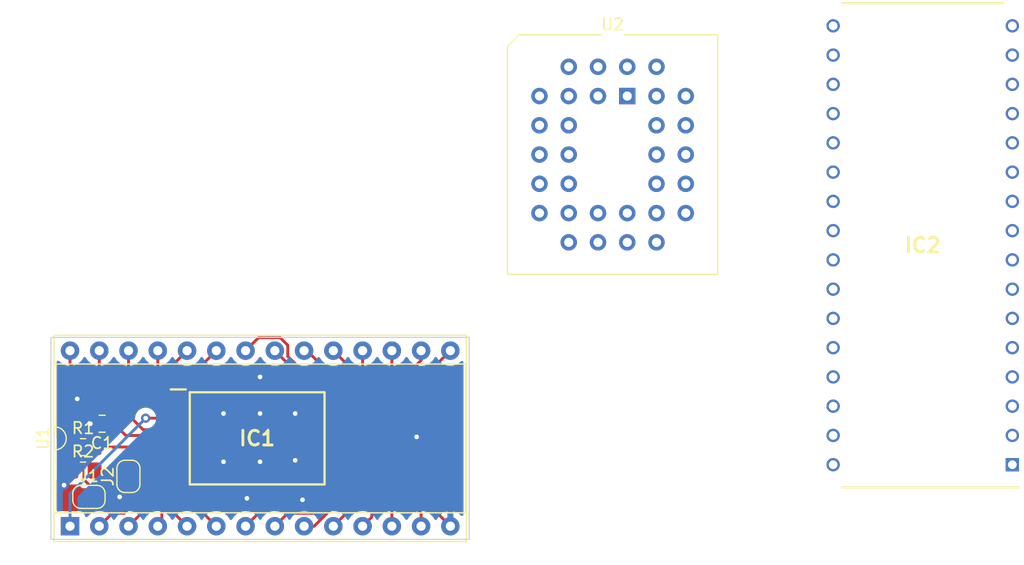
<source format=kicad_pcb>
(kicad_pcb (version 20211014) (generator pcbnew)
  (layers (0 "F.Cu" signal) (31 "B.Cu" signal) (34 "B.Paste" user) (35 "F.Paste" user) (36 "B.SilkS" user "B.Silkscreen") (37 "F.SilkS" user "F.Silkscreen") (38 "B.Mask" user) (39 "F.Mask" user) (44 "Edge.Cuts" user))
  (net 0 "")
  (net 1 "Net-(IC1-Pad1)")
  (net 2 "Net-(IC1-Pad2)")
  (net 3 "Net-(IC1-Pad3)")
  (net 4 "Net-(IC1-Pad4)")
  (net 5 "Net-(IC1-Pad5)")
  (net 7 "Net-(IC1-Pad7)")
  (net 8 "+5V")
  (net 10 "Net-(IC1-Pad12)")
  (net 11 "Net-(IC1-Pad13)")
  (net 12 "Net-(IC1-Pad14)")
  (net 13 "Net-(IC1-Pad15)")
  (net 14 "Net-(IC1-Pad16)")
  (net 15 "Net-(IC1-Pad17)")
  (net 16 "Net-(IC1-Pad18)")
  (net 17 "Net-(IC1-Pad19)")
  (net 18 "Net-(IC1-Pad20)")
  (net 19 "D0")
  (net 20 "D1")
  (net 21 "D2")
  (net 22 "GND")
  (net 23 "D3")
  (net 24 "D4")
  (net 25 "D5")
  (net 26 "D6")
  (net 27 "D7")
  (net 28 "Net-(IC1-Pad30)")
  (net 29 "Net-(IC1-Pad31)")
  (net 30 "Net-(IC1-Pad32)")
  (net 91 "Net-(IC1-Pad10)")
  (net 92 "Net-(IC1-Pad11)")
  (footprint "Package_DIP:DIP-28_W15.24mm_Socket" (layer "F.Cu") (at 88.275 81.793 90)
    (fp_text reference "U1" (at 7.62 -2.33 90) (layer "F.SilkS"))
    (fp_text value "28C256")
    (fp_line (start 1.16 34.35) (end 14.08 34.35) (layer "F.SilkS") (width 0.12))
    (fp_line (start 16.57 -1.39) (end -1.33 -1.39) (layer "F.SilkS") (width 0.12))
    (fp_line (start -1.33 34.41) (end 16.57 34.41) (layer "F.SilkS") (width 0.12))
    (fp_line (start 6.62 -1.33) (end 1.16 -1.33) (layer "F.SilkS") (width 0.12))
    (fp_line (start 14.08 34.35) (end 14.08 -1.33) (layer "F.SilkS") (width 0.12))
    (fp_line (start 1.16 -1.33) (end 1.16 34.35) (layer "F.SilkS") (width 0.12))
    (fp_line (start -1.33 -1.39) (end -1.33 34.41) (layer "F.SilkS") (width 0.12))
    (fp_line (start 14.08 -1.33) (end 8.62 -1.33) (layer "F.SilkS") (width 0.12))
    (fp_line (start 16.57 34.41) (end 16.57 -1.39) (layer "F.SilkS") (width 0.12))
    (fp_arc (start 8.62 -1.33) (mid 7.62 -0.33) (end 6.62 -1.33) (layer "F.SilkS") (width 0.12))
    (pad "1" thru_hole rect (at 0 0 90) (size 1.6 1.6) (drill 0.8) (layers *.Cu *.Mask) (net 5 "Net-(IC1-Pad5)"))
    (pad "2" thru_hole oval (at 0 2.54 90) (size 1.6 1.6) (drill 0.8) (layers *.Cu *.Mask) (net 10 "Net-(IC1-Pad12)"))
    (pad "3" thru_hole oval (at 0 5.08 90) (size 1.6 1.6) (drill 0.8) (layers *.Cu *.Mask) (net 11 "Net-(IC1-Pad13)"))
    (pad "4" thru_hole oval (at 0 7.62 90) (size 1.6 1.6) (drill 0.8) (layers *.Cu *.Mask) (net 12 "Net-(IC1-Pad14)"))
    (pad "5" thru_hole oval (at 0 10.16 90) (size 1.6 1.6) (drill 0.8) (layers *.Cu *.Mask) (net 13 "Net-(IC1-Pad15)"))
    (pad "6" thru_hole oval (at 0 12.7 90) (size 1.6 1.6) (drill 0.8) (layers *.Cu *.Mask) (net 14 "Net-(IC1-Pad16)"))
    (pad "7" thru_hole oval (at 0 15.24 90) (size 1.6 1.6) (drill 0.8) (layers *.Cu *.Mask) (net 15 "Net-(IC1-Pad17)"))
    (pad "8" thru_hole oval (at 0 17.78 90) (size 1.6 1.6) (drill 0.8) (layers *.Cu *.Mask) (net 16 "Net-(IC1-Pad18)"))
    (pad "9" thru_hole oval (at 0 20.32 90) (size 1.6 1.6) (drill 0.8) (layers *.Cu *.Mask) (net 17 "Net-(IC1-Pad19)"))
    (pad "10" thru_hole oval (at 0 22.86 90) (size 1.6 1.6) (drill 0.8) (layers *.Cu *.Mask) (net 18 "Net-(IC1-Pad20)"))
    (pad "11" thru_hole oval (at 0 25.4 90) (size 1.6 1.6) (drill 0.8) (layers *.Cu *.Mask) (net 19 "D0"))
    (pad "12" thru_hole oval (at 0 27.94 90) (size 1.6 1.6) (drill 0.8) (layers *.Cu *.Mask) (net 20 "D1"))
    (pad "13" thru_hole oval (at 0 30.48 90) (size 1.6 1.6) (drill 0.8) (layers *.Cu *.Mask) (net 21 "D2"))
    (pad "14" thru_hole oval (at 0 33.02 90) (size 1.6 1.6) (drill 0.8) (layers *.Cu *.Mask) (net 22 "GND"))
    (pad "15" thru_hole oval (at 15.24 33.02 90) (size 1.6 1.6) (drill 0.8) (layers *.Cu *.Mask) (net 23 "D3"))
    (pad "16" thru_hole oval (at 15.24 30.48 90) (size 1.6 1.6) (drill 0.8) (layers *.Cu *.Mask) (net 24 "D4"))
    (pad "17" thru_hole oval (at 15.24 27.94 90) (size 1.6 1.6) (drill 0.8) (layers *.Cu *.Mask) (net 25 "D5"))
    (pad "18" thru_hole oval (at 15.24 25.4 90) (size 1.6 1.6) (drill 0.8) (layers *.Cu *.Mask) (net 26 "D6"))
    (pad "19" thru_hole oval (at 15.24 22.86 90) (size 1.6 1.6) (drill 0.8) (layers *.Cu *.Mask) (net 27 "D7"))
    (pad "20" thru_hole oval (at 15.24 20.32 90) (size 1.6 1.6) (drill 0.8) (layers *.Cu *.Mask) (net 28 "Net-(IC1-Pad30)"))
    (pad "21" thru_hole oval (at 15.24 17.78 90) (size 1.6 1.6) (drill 0.8) (layers *.Cu *.Mask) (net 29 "Net-(IC1-Pad31)"))
    (pad "22" thru_hole oval (at 15.24 15.24 90) (size 1.6 1.6) (drill 0.8) (layers *.Cu *.Mask) (net 30 "Net-(IC1-Pad32)"))
    (pad "23" thru_hole oval (at 15.24 12.7 90) (size 1.6 1.6) (drill 0.8) (layers *.Cu *.Mask) (net 1 "Net-(IC1-Pad1)"))
    (pad "24" thru_hole oval (at 15.24 10.16 90) (size 1.6 1.6) (drill 0.8) (layers *.Cu *.Mask) (net 2 "Net-(IC1-Pad2)"))
    (pad "25" thru_hole oval (at 15.24 7.62 90) (size 1.6 1.6) (drill 0.8) (layers *.Cu *.Mask) (net 3 "Net-(IC1-Pad3)"))
    (pad "26" thru_hole oval (at 15.24 5.08 90) (size 1.6 1.6) (drill 0.8) (layers *.Cu *.Mask) (net 4 "Net-(IC1-Pad4)"))
    (pad "27" thru_hole oval (at 15.24 2.54 90) (size 1.6 1.6) (drill 0.8) (layers *.Cu *.Mask) (net 7 "Net-(IC1-Pad7)"))
    (pad "28" thru_hole oval (at 15.24 0 90) (size 1.6 1.6) (drill 0.8) (layers *.Cu *.Mask) (net 8 "+5V"))
  )
  (footprint "Custom_Footprints:DIP1556W56P254L4191H508Q32N" (layer "F.Cu") (at 162.306 57.404 180)
    (fp_text reference "IC2" (at 0 0 180) (layer "F.SilkS") (effects (font (size 1.27 1.27) (thickness 0.254))))
    (fp_text value "SST39SF010A-70-4C-PHE" hide)
    (fp_line (start -8.358 -21.018) (end 6.985 -21.018) (layer "F.SilkS") (width 0.2))
    (fp_line (start -6.985 21.018) (end 6.985 21.018) (layer "F.SilkS") (width 0.2))
    (pad "1" thru_hole rect locked (at -7.779 -19.05 180) (size 1.158 1.158) (drill 0.758) (layers *.Cu *.Mask))
    (pad "2" thru_hole circle locked (at -7.779 -16.51 180) (size 1.158 1.158) (drill 0.758) (layers *.Cu *.Mask))
    (pad "3" thru_hole circle locked (at -7.779 -13.97 180) (size 1.158 1.158) (drill 0.758) (layers *.Cu *.Mask))
    (pad "4" thru_hole circle locked (at -7.779 -11.43 180) (size 1.158 1.158) (drill 0.758) (layers *.Cu *.Mask))
    (pad "5" thru_hole circle locked (at -7.779 -8.89 180) (size 1.158 1.158) (drill 0.758) (layers *.Cu *.Mask))
    (pad "6" thru_hole circle locked (at -7.779 -6.35 180) (size 1.158 1.158) (drill 0.758) (layers *.Cu *.Mask))
    (pad "7" thru_hole circle locked (at -7.779 -3.81 180) (size 1.158 1.158) (drill 0.758) (layers *.Cu *.Mask))
    (pad "8" thru_hole circle locked (at -7.779 -1.27 180) (size 1.158 1.158) (drill 0.758) (layers *.Cu *.Mask))
    (pad "9" thru_hole circle locked (at -7.779 1.27 180) (size 1.158 1.158) (drill 0.758) (layers *.Cu *.Mask))
    (pad "10" thru_hole circle locked (at -7.779 3.81 180) (size 1.158 1.158) (drill 0.758) (layers *.Cu *.Mask))
    (pad "11" thru_hole circle locked (at -7.779 6.35 180) (size 1.158 1.158) (drill 0.758) (layers *.Cu *.Mask))
    (pad "12" thru_hole circle locked (at -7.779 8.89 180) (size 1.158 1.158) (drill 0.758) (layers *.Cu *.Mask))
    (pad "13" thru_hole circle locked (at -7.779 11.43 180) (size 1.158 1.158) (drill 0.758) (layers *.Cu *.Mask))
    (pad "14" thru_hole circle locked (at -7.779 13.97 180) (size 1.158 1.158) (drill 0.758) (layers *.Cu *.Mask))
    (pad "15" thru_hole circle locked (at -7.779 16.51 180) (size 1.158 1.158) (drill 0.758) (layers *.Cu *.Mask))
    (pad "16" thru_hole circle locked (at -7.779 19.05 180) (size 1.158 1.158) (drill 0.758) (layers *.Cu *.Mask))
    (pad "17" thru_hole circle locked (at 7.779 19.05 180) (size 1.158 1.158) (drill 0.758) (layers *.Cu *.Mask))
    (pad "18" thru_hole circle locked (at 7.779 16.51 180) (size 1.158 1.158) (drill 0.758) (layers *.Cu *.Mask))
    (pad "19" thru_hole circle locked (at 7.779 13.97 180) (size 1.158 1.158) (drill 0.758) (layers *.Cu *.Mask))
    (pad "20" thru_hole circle locked (at 7.779 11.43 180) (size 1.158 1.158) (drill 0.758) (layers *.Cu *.Mask))
    (pad "21" thru_hole circle locked (at 7.779 8.89 180) (size 1.158 1.158) (drill 0.758) (layers *.Cu *.Mask))
    (pad "22" thru_hole circle locked (at 7.779 6.35 180) (size 1.158 1.158) (drill 0.758) (layers *.Cu *.Mask))
    (pad "23" thru_hole circle locked (at 7.779 3.81 180) (size 1.158 1.158) (drill 0.758) (layers *.Cu *.Mask))
    (pad "24" thru_hole circle locked (at 7.779 1.27 180) (size 1.158 1.158) (drill 0.758) (layers *.Cu *.Mask))
    (pad "25" thru_hole circle locked (at 7.779 -1.27 180) (size 1.158 1.158) (drill 0.758) (layers *.Cu *.Mask))
    (pad "26" thru_hole circle locked (at 7.779 -3.81 180) (size 1.158 1.158) (drill 0.758) (layers *.Cu *.Mask))
    (pad "27" thru_hole circle locked (at 7.779 -6.35 180) (size 1.158 1.158) (drill 0.758) (layers *.Cu *.Mask))
    (pad "28" thru_hole circle locked (at 7.779 -8.89 180) (size 1.158 1.158) (drill 0.758) (layers *.Cu *.Mask))
    (pad "29" thru_hole circle locked (at 7.779 -11.43 180) (size 1.158 1.158) (drill 0.758) (layers *.Cu *.Mask))
    (pad "30" thru_hole circle locked (at 7.779 -13.97 180) (size 1.158 1.158) (drill 0.758) (layers *.Cu *.Mask))
    (pad "31" thru_hole circle locked (at 7.779 -16.51 180) (size 1.158 1.158) (drill 0.758) (layers *.Cu *.Mask))
    (pad "32" thru_hole circle locked (at 7.779 -19.05 180) (size 1.158 1.158) (drill 0.758) (layers *.Cu *.Mask))
  )
  (footprint "Custom_Footprints:SOP50P1400X120-32N" (layer "F.Cu") (at 104.521 74.168)
    (fp_text reference "IC1" (at 0 0) (layer "F.SilkS") (effects (font (size 1.27 1.27) (thickness 0.254))))
    (fp_text value "SST39SF010A-70-4C-WHE" hide)
    (fp_line (start -5.85 4) (end -5.85 -4) (layer "F.SilkS") (width 0.2))
    (fp_line (start -7.5 -4.25) (end -6.2 -4.25) (layer "F.SilkS") (width 0.2))
    (fp_line (start 5.85 4) (end -5.85 4) (layer "F.SilkS") (width 0.2))
    (fp_line (start -5.85 -4) (end 5.85 -4) (layer "F.SilkS") (width 0.2))
    (fp_line (start 5.85 -4) (end 5.85 4) (layer "F.SilkS") (width 0.2))
    (pad "1" smd rect locked (at -6.85 -3.75 90) (size 0.3 1.3) (layers "F.Cu" "F.Paste" "F.Mask") (net 1 "Net-(IC1-Pad1)"))
    (pad "2" smd rect locked (at -6.85 -3.25 90) (size 0.3 1.3) (layers "F.Cu" "F.Paste" "F.Mask") (net 2 "Net-(IC1-Pad2)"))
    (pad "3" smd rect locked (at -6.85 -2.75 90) (size 0.3 1.3) (layers "F.Cu" "F.Paste" "F.Mask") (net 3 "Net-(IC1-Pad3)"))
    (pad "4" smd rect locked (at -6.85 -2.25 90) (size 0.3 1.3) (layers "F.Cu" "F.Paste" "F.Mask") (net 4 "Net-(IC1-Pad4)"))
    (pad "5" smd rect locked (at -6.85 -1.75 90) (size 0.3 1.3) (layers "F.Cu" "F.Paste" "F.Mask") (net 5 "Net-(IC1-Pad5)"))
    (pad "6" smd rect locked (at -6.85 -1.25 90) (size 0.3 1.3) (layers "F.Cu" "F.Paste" "F.Mask"))
    (pad "7" smd rect locked (at -6.85 -0.75 90) (size 0.3 1.3) (layers "F.Cu" "F.Paste" "F.Mask") (net 7 "Net-(IC1-Pad7)"))
    (pad "8" smd rect locked (at -6.85 -0.25 90) (size 0.3 1.3) (layers "F.Cu" "F.Paste" "F.Mask") (net 8 "+5V"))
    (pad "9" smd rect locked (at -6.85 0.25 90) (size 0.3 1.3) (layers "F.Cu" "F.Paste" "F.Mask"))
    (pad "10" smd rect locked (at -6.85 0.75 90) (size 0.3 1.3) (layers "F.Cu" "F.Paste" "F.Mask") (net 91 "Net-(IC1-Pad10)"))
    (pad "11" smd rect locked (at -6.85 1.25 90) (size 0.3 1.3) (layers "F.Cu" "F.Paste" "F.Mask") (net 92 "Net-(IC1-Pad11)"))
    (pad "12" smd rect locked (at -6.85 1.75 90) (size 0.3 1.3) (layers "F.Cu" "F.Paste" "F.Mask") (net 10 "Net-(IC1-Pad12)"))
    (pad "13" smd rect locked (at -6.85 2.25 90) (size 0.3 1.3) (layers "F.Cu" "F.Paste" "F.Mask") (net 11 "Net-(IC1-Pad13)"))
    (pad "14" smd rect locked (at -6.85 2.75 90) (size 0.3 1.3) (layers "F.Cu" "F.Paste" "F.Mask") (net 12 "Net-(IC1-Pad14)"))
    (pad "15" smd rect locked (at -6.85 3.25 90) (size 0.3 1.3) (layers "F.Cu" "F.Paste" "F.Mask") (net 13 "Net-(IC1-Pad15)"))
    (pad "16" smd rect locked (at -6.85 3.75 90) (size 0.3 1.3) (layers "F.Cu" "F.Paste" "F.Mask") (net 14 "Net-(IC1-Pad16)"))
    (pad "17" smd rect locked (at 6.85 3.75 90) (size 0.3 1.3) (layers "F.Cu" "F.Paste" "F.Mask") (net 15 "Net-(IC1-Pad17)"))
    (pad "18" smd rect locked (at 6.85 3.25 90) (size 0.3 1.3) (layers "F.Cu" "F.Paste" "F.Mask") (net 16 "Net-(IC1-Pad18)"))
    (pad "19" smd rect locked (at 6.85 2.75 90) (size 0.3 1.3) (layers "F.Cu" "F.Paste" "F.Mask") (net 17 "Net-(IC1-Pad19)"))
    (pad "20" smd rect locked (at 6.85 2.25 90) (size 0.3 1.3) (layers "F.Cu" "F.Paste" "F.Mask") (net 18 "Net-(IC1-Pad20)"))
    (pad "21" smd rect locked (at 6.85 1.75 90) (size 0.3 1.3) (layers "F.Cu" "F.Paste" "F.Mask") (net 19 "D0"))
    (pad "22" smd rect locked (at 6.85 1.25 90) (size 0.3 1.3) (layers "F.Cu" "F.Paste" "F.Mask") (net 20 "D1"))
    (pad "23" smd rect locked (at 6.85 0.75 90) (size 0.3 1.3) (layers "F.Cu" "F.Paste" "F.Mask") (net 21 "D2"))
    (pad "24" smd rect locked (at 6.85 0.25 90) (size 0.3 1.3) (layers "F.Cu" "F.Paste" "F.Mask") (net 22 "GND"))
    (pad "25" smd rect locked (at 6.85 -0.25 90) (size 0.3 1.3) (layers "F.Cu" "F.Paste" "F.Mask") (net 23 "D3"))
    (pad "26" smd rect locked (at 6.85 -0.75 90) (size 0.3 1.3) (layers "F.Cu" "F.Paste" "F.Mask") (net 24 "D4"))
    (pad "27" smd rect locked (at 6.85 -1.25 90) (size 0.3 1.3) (layers "F.Cu" "F.Paste" "F.Mask") (net 25 "D5"))
    (pad "28" smd rect locked (at 6.85 -1.75 90) (size 0.3 1.3) (layers "F.Cu" "F.Paste" "F.Mask") (net 26 "D6"))
    (pad "29" smd rect locked (at 6.85 -2.25 90) (size 0.3 1.3) (layers "F.Cu" "F.Paste" "F.Mask") (net 27 "D7"))
    (pad "30" smd rect locked (at 6.85 -2.75 90) (size 0.3 1.3) (layers "F.Cu" "F.Paste" "F.Mask") (net 28 "Net-(IC1-Pad30)"))
    (pad "31" smd rect locked (at 6.85 -3.25 90) (size 0.3 1.3) (layers "F.Cu" "F.Paste" "F.Mask") (net 29 "Net-(IC1-Pad31)"))
    (pad "32" smd rect locked (at 6.85 -3.75 90) (size 0.3 1.3) (layers "F.Cu" "F.Paste" "F.Mask") (net 30 "Net-(IC1-Pad32)"))
  )
  (footprint "Resistor_SMD:R_0805_2012Metric_Pad1.20x1.40mm_HandSolder" (layer "F.Cu") (at 89.408 74.93)
    (fp_text reference "R1" (at 0 -1.65) (layer "F.SilkS"))
    (fp_text value "10k")
    (fp_line (start -0.227064 -0.735) (end 0.227064 -0.735) (layer "F.SilkS") (width 0.12))
    (fp_line (start -0.227064 0.735) (end 0.227064 0.735) (layer "F.SilkS") (width 0.12))
    (pad "1" smd roundrect (at -1 0) (size 1.2 1.4) (layers "F.Cu" "F.Paste" "F.Mask") (roundrect_rratio 0.208333) (net 8 "+5V"))
    (pad "2" smd roundrect (at 1 0) (size 1.2 1.4) (layers "F.Cu" "F.Paste" "F.Mask") (roundrect_rratio 0.208333) (net 91 "Net-(IC1-Pad10)"))
  )
  (footprint "Jumper:SolderJumper-2_P1.3mm_Open_RoundedPad1.0x1.5mm" (layer "F.Cu") (at 89.916 79.248)
    (fp_text reference "J1" (at 0 -1.8) (layer "F.SilkS"))
    (fp_text value "Conn_01x02_Female")
    (fp_line (start -1.4 0.3) (end -1.4 -0.3) (layer "F.SilkS") (width 0.12))
    (fp_line (start 0.7 1) (end -0.7 1) (layer "F.SilkS") (width 0.12))
    (fp_line (start -0.7 -1) (end 0.7 -1) (layer "F.SilkS") (width 0.12))
    (fp_line (start 1.4 -0.3) (end 1.4 0.3) (layer "F.SilkS") (width 0.12))
    (fp_arc (start 0.7 -1) (mid 1.194975 -0.794975) (end 1.4 -0.3) (layer "F.SilkS") (width 0.12))
    (fp_arc (start -0.7 1) (mid -1.194975 0.794975) (end -1.4 0.3) (layer "F.SilkS") (width 0.12))
    (fp_arc (start -1.4 -0.3) (mid -1.194975 -0.794975) (end -0.7 -1) (layer "F.SilkS") (width 0.12))
    (fp_arc (start 1.4 0.3) (mid 1.194975 0.794975) (end 0.7 1) (layer "F.SilkS") (width 0.12))
    (pad "1" smd custom (at -0.65 0) (size 1 0.5) (layers "F.Cu" "F.Mask") (net 22 "GND") (options (clearance outline) (anchor rect)) (primitives (gr_circle (center 0 0.25) (end 0.5 0.25) (width 0) (fill yes)) (gr_circle (center 0 -0.25) (end 0.5 -0.25) (width 0) (fill yes)) (gr_poly (pts (xy 0.5 0.75) (xy 0 0.75) (xy 0 -0.75) (xy 0.5 -0.75)) (width 0) (fill yes))))
    (pad "2" smd custom (at 0.65 0) (size 1 0.5) (layers "F.Cu" "F.Mask") (net 91 "Net-(IC1-Pad10)") (options (clearance outline) (anchor rect)) (primitives (gr_circle (center 0 0.25) (end 0.5 0.25) (width 0) (fill yes)) (gr_circle (center 0 -0.25) (end 0.5 -0.25) (width 0) (fill yes)) (gr_poly (pts (xy 0 0.75) (xy -0.5 0.75) (xy -0.5 -0.75) (xy 0 -0.75)) (width 0) (fill yes))))
  )
  (footprint "Package_LCC:PLCC-32_THT-Socket" (layer "F.Cu") (at 136.652 44.45)
    (fp_text reference "U2" (at -1.27 -6.22) (layer "F.SilkS"))
    (fp_text value "28C256")
    (fp_line (start 7.855 15.48) (end 7.855 -5.32) (layer "F.SilkS") (width 0.12))
    (fp_line (start -2.27 -5.32) (end -9.395 -5.32) (layer "F.SilkS") (width 0.12))
    (fp_line (start -10.395 15.48) (end 7.855 15.48) (layer "F.SilkS") (width 0.12))
    (fp_line (start -10.395 -4.32) (end -10.395 15.48) (layer "F.SilkS") (width 0.12))
    (fp_line (start 7.855 -5.32) (end -0.27 -5.32) (layer "F.SilkS") (width 0.12))
    (fp_line (start -9.395 -5.32) (end -10.395 -4.32) (layer "F.SilkS") (width 0.12))
    (pad "1" thru_hole rect (at 0 0) (size 1.4224 1.4224) (drill 0.8) (layers *.Cu *.Mask))
    (pad "2" thru_hole circle (at -2.54 -2.54) (size 1.4224 1.4224) (drill 0.8) (layers *.Cu *.Mask))
    (pad "3" thru_hole circle (at -2.54 0) (size 1.4224 1.4224) (drill 0.8) (layers *.Cu *.Mask))
    (pad "4" thru_hole circle (at -5.08 -2.54) (size 1.4224 1.4224) (drill 0.8) (layers *.Cu *.Mask))
    (pad "5" thru_hole circle (at -7.62 0) (size 1.4224 1.4224) (drill 0.8) (layers *.Cu *.Mask))
    (pad "6" thru_hole circle (at -5.08 0) (size 1.4224 1.4224) (drill 0.8) (layers *.Cu *.Mask))
    (pad "7" thru_hole circle (at -7.62 2.54) (size 1.4224 1.4224) (drill 0.8) (layers *.Cu *.Mask))
    (pad "8" thru_hole circle (at -5.08 2.54) (size 1.4224 1.4224) (drill 0.8) (layers *.Cu *.Mask))
    (pad "9" thru_hole circle (at -7.62 5.08) (size 1.4224 1.4224) (drill 0.8) (layers *.Cu *.Mask))
    (pad "10" thru_hole circle (at -5.08 5.08) (size 1.4224 1.4224) (drill 0.8) (layers *.Cu *.Mask))
    (pad "11" thru_hole circle (at -7.62 7.62) (size 1.4224 1.4224) (drill 0.8) (layers *.Cu *.Mask))
    (pad "12" thru_hole circle (at -5.08 7.62) (size 1.4224 1.4224) (drill 0.8) (layers *.Cu *.Mask))
    (pad "13" thru_hole circle (at -7.62 10.16) (size 1.4224 1.4224) (drill 0.8) (layers *.Cu *.Mask))
    (pad "14" thru_hole circle (at -5.08 12.7) (size 1.4224 1.4224) (drill 0.8) (layers *.Cu *.Mask))
    (pad "15" thru_hole circle (at -5.08 10.16) (size 1.4224 1.4224) (drill 0.8) (layers *.Cu *.Mask))
    (pad "16" thru_hole circle (at -2.54 12.7) (size 1.4224 1.4224) (drill 0.8) (layers *.Cu *.Mask))
    (pad "17" thru_hole circle (at -2.54 10.16) (size 1.4224 1.4224) (drill 0.8) (layers *.Cu *.Mask))
    (pad "18" thru_hole circle (at 0 12.7) (size 1.4224 1.4224) (drill 0.8) (layers *.Cu *.Mask))
    (pad "19" thru_hole circle (at 0 10.16) (size 1.4224 1.4224) (drill 0.8) (layers *.Cu *.Mask))
    (pad "20" thru_hole circle (at 2.54 12.7) (size 1.4224 1.4224) (drill 0.8) (layers *.Cu *.Mask))
    (pad "21" thru_hole circle (at 5.08 10.16) (size 1.4224 1.4224) (drill 0.8) (layers *.Cu *.Mask))
    (pad "22" thru_hole circle (at 2.54 10.16) (size 1.4224 1.4224) (drill 0.8) (layers *.Cu *.Mask))
    (pad "23" thru_hole circle (at 5.08 7.62) (size 1.4224 1.4224) (drill 0.8) (layers *.Cu *.Mask))
    (pad "24" thru_hole circle (at 2.54 7.62) (size 1.4224 1.4224) (drill 0.8) (layers *.Cu *.Mask))
    (pad "25" thru_hole circle (at 5.08 5.08) (size 1.4224 1.4224) (drill 0.8) (layers *.Cu *.Mask))
    (pad "26" thru_hole circle (at 2.54 5.08) (size 1.4224 1.4224) (drill 0.8) (layers *.Cu *.Mask))
    (pad "27" thru_hole circle (at 5.08 2.54) (size 1.4224 1.4224) (drill 0.8) (layers *.Cu *.Mask))
    (pad "28" thru_hole circle (at 2.54 2.54) (size 1.4224 1.4224) (drill 0.8) (layers *.Cu *.Mask))
    (pad "29" thru_hole circle (at 5.08 0) (size 1.4224 1.4224) (drill 0.8) (layers *.Cu *.Mask))
    (pad "30" thru_hole circle (at 2.54 -2.54) (size 1.4224 1.4224) (drill 0.8) (layers *.Cu *.Mask))
    (pad "31" thru_hole circle (at 2.54 0) (size 1.4224 1.4224) (drill 0.8) (layers *.Cu *.Mask))
    (pad "32" thru_hole circle (at 0 -2.54) (size 1.4224 1.4224) (drill 0.8) (layers *.Cu *.Mask))
  )
  (footprint "Resistor_SMD:R_0805_2012Metric_Pad1.20x1.40mm_HandSolder" (layer "F.Cu") (at 89.408 76.962)
    (fp_text reference "R2" (at 0 -1.65) (layer "F.SilkS"))
    (fp_text value "10k")
    (fp_line (start -0.227064 0.735) (end 0.227064 0.735) (layer "F.SilkS") (width 0.12))
    (fp_line (start -0.227064 -0.735) (end 0.227064 -0.735) (layer "F.SilkS") (width 0.12))
    (pad "1" smd roundrect (at -1 0) (size 1.2 1.4) (layers "F.Cu" "F.Paste" "F.Mask") (roundrect_rratio 0.208333) (net 8 "+5V"))
    (pad "2" smd roundrect (at 1 0) (size 1.2 1.4) (layers "F.Cu" "F.Paste" "F.Mask") (roundrect_rratio 0.208333) (net 92 "Net-(IC1-Pad11)"))
  )
  (footprint "Capacitor_SMD:C_0805_2012Metric_Pad1.18x1.45mm_HandSolder" (layer "F.Cu") (at 91.059 72.898 180)
    (fp_text reference "C1" (at 0 -1.68) (layer "F.SilkS"))
    (fp_text value "100n")
    (fp_line (start -0.261252 -0.735) (end 0.261252 -0.735) (layer "F.SilkS") (width 0.12))
    (fp_line (start -0.261252 0.735) (end 0.261252 0.735) (layer "F.SilkS") (width 0.12))
    (pad "1" smd roundrect (at -1.0375 0 180) (size 1.175 1.45) (layers "F.Cu" "F.Paste" "F.Mask") (roundrect_rratio 0.212766) (net 8 "+5V"))
    (pad "2" smd roundrect (at 1.0375 0 180) (size 1.175 1.45) (layers "F.Cu" "F.Paste" "F.Mask") (roundrect_rratio 0.212766) (net 22 "GND"))
  )
  (footprint "Jumper:SolderJumper-2_P1.3mm_Open_RoundedPad1.0x1.5mm" (layer "F.Cu") (at 93.345 77.47 90)
    (fp_text reference "J2" (at 0 -1.8 90) (layer "F.SilkS"))
    (fp_text value "Conn_01x02_Female")
    (fp_line (start -0.7 -1) (end 0.7 -1) (layer "F.SilkS") (width 0.12))
    (fp_line (start 1.4 -0.3) (end 1.4 0.3) (layer "F.SilkS") (width 0.12))
    (fp_line (start -1.4 0.3) (end -1.4 -0.3) (layer "F.SilkS") (width 0.12))
    (fp_line (start 0.7 1) (end -0.7 1) (layer "F.SilkS") (width 0.12))
    (fp_arc (start 0.7 -1) (mid 1.194975 -0.794975) (end 1.4 -0.3) (layer "F.SilkS") (width 0.12))
    (fp_arc (start 1.4 0.3) (mid 1.194975 0.794975) (end 0.7 1) (layer "F.SilkS") (width 0.12))
    (fp_arc (start -0.7 1) (mid -1.194975 0.794975) (end -1.4 0.3) (layer "F.SilkS") (width 0.12))
    (fp_arc (start -1.4 -0.3) (mid -1.194975 -0.794975) (end -0.7 -1) (layer "F.SilkS") (width 0.12))
    (pad "1" smd custom (at -0.65 0 90) (size 1 0.5) (layers "F.Cu" "F.Mask") (net 22 "GND") (options (clearance outline) (anchor rect)) (primitives (gr_circle (center 0 0.25) (end 0.5 0.25) (width 0) (fill yes)) (gr_circle (center 0 -0.25) (end 0.5 -0.25) (width 0) (fill yes)) (gr_poly (pts (xy 0.5 0.75) (xy 0 0.75) (xy 0 -0.75) (xy 0.5 -0.75)) (width 0) (fill yes))))
    (pad "2" smd custom (at 0.65 0 90) (size 1 0.5) (layers "F.Cu" "F.Mask") (net 92 "Net-(IC1-Pad11)") (options (clearance outline) (anchor rect)) (primitives (gr_circle (center 0 0.25) (end 0.5 0.25) (width 0) (fill yes)) (gr_circle (center 0 -0.25) (end 0.5 -0.25) (width 0) (fill yes)) (gr_poly (pts (xy 0 0.75) (xy -0.5 0.75) (xy -0.5 -0.75) (xy 0 -0.75)) (width 0) (fill yes))))
  )
  (gr_rect (start 86.614 65.405) (end 122.936 82.931) (layer "Edge.Cuts") (width 0.1) (fill none))
  (segment (start 97.671 69.857) (end 100.975 66.553) (width 0.25) (layer "F.Cu") (net 1))
  (segment (start 97.671 70.418) (end 97.671 69.857) (width 0.25) (layer "F.Cu") (net 1))
  (segment (start 96.696 68.292) (end 98.435 66.553) (width 0.25) (layer "F.Cu") (net 2))
  (segment (start 96.721 70.918) (end 96.696 70.893) (width 0.25) (layer "F.Cu") (net 2))
  (segment (start 97.671 70.918) (end 96.721 70.918) (width 0.25) (layer "F.Cu") (net 2))
  (segment (start 96.696 70.893) (end 96.696 68.292) (width 0.25) (layer "F.Cu") (net 2))
  (segment (start 95.895 70.72769) (end 95.895 66.553) (width 0.25) (layer "F.Cu") (net 3))
  (segment (start 97.671 71.418) (end 96.58531 71.418) (width 0.25) (layer "F.Cu") (net 3))
  (segment (start 96.58531 71.418) (end 95.895 70.72769) (width 0.25) (layer "F.Cu") (net 3))
  (segment (start 97.671 71.918) (end 96.44962 71.918) (width 0.25) (layer "F.Cu") (net 4))
  (segment (start 93.355 68.82338) (end 93.355 66.553) (width 0.25) (layer "F.Cu") (net 4))
  (segment (start 96.44962 71.918) (end 93.355 68.82338) (width 0.25) (layer "F.Cu") (net 4))
  (segment (start 97.671 72.418) (end 94.841 72.418) (width 0.25) (layer "F.Cu") (net 5))
  (via (at 94.841 72.418) (size 0.8) (drill 0.4) (layers "F.Cu" "B.Cu") (net 5))
  (segment (start 94.841 72.418) (end 88.275 78.984) (width 0.25) (layer "B.Cu") (net 5))
  (segment (start 88.275 78.984) (end 88.275 81.793) (width 0.25) (layer "B.Cu") (net 5))
  (segment (start 97.671 73.418) (end 94.62631 73.418) (width 0.25) (layer "F.Cu") (net 7))
  (segment (start 94.62631 73.418) (end 90.815 69.60669) (width 0.25) (layer "F.Cu") (net 7))
  (segment (start 90.815 69.60669) (end 90.815 66.553) (width 0.25) (layer "F.Cu") (net 7))
  (segment (start 92.0965 72.898) (end 92.0965 71.52388) (width 0.25) (layer "F.Cu") (net 8))
  (segment (start 91.0465 71.848) (end 89.445827 71.848) (width 0.25) (layer "F.Cu") (net 8))
  (segment (start 92.0965 71.52388) (end 88.275 67.70238) (width 0.25) (layer "F.Cu") (net 8))
  (segment (start 92.0965 72.898) (end 91.0465 71.848) (width 0.25) (layer "F.Cu") (net 8))
  (segment (start 89.445827 71.848) (end 88.408 72.885827) (width 0.25) (layer "F.Cu") (net 8))
  (segment (start 97.671 73.918) (end 93.1165 73.918) (width 0.25) (layer "F.Cu") (net 8))
  (segment (start 88.408 74.93) (end 88.408 76.962) (width 0.25) (layer "F.Cu") (net 8))
  (segment (start 88.275 67.70238) (end 88.275 66.553) (width 0.25) (layer "F.Cu") (net 8))
  (segment (start 93.1165 73.918) (end 92.0965 72.898) (width 0.25) (layer "F.Cu") (net 8))
  (segment (start 92.0965 72.898) (end 92.091 72.898) (width 0.25) (layer "F.Cu") (net 8))
  (segment (start 88.408 72.885827) (end 88.408 74.93) (width 0.25) (layer "F.Cu") (net 8))
  (segment (start 96.418882 75.918) (end 95.346 76.990882) (width 0.25) (layer "F.Cu") (net 10))
  (segment (start 95.346 76.990882) (end 95.346 78.297727) (width 0.25) (layer "F.Cu") (net 10))
  (segment (start 97.671 75.918) (end 96.418882 75.918) (width 0.25) (layer "F.Cu") (net 10))
  (segment (start 92.975727 80.668) (end 91.94 80.668) (width 0.25) (layer "F.Cu") (net 10))
  (segment (start 91.94 80.668) (end 90.815 81.793) (width 0.25) (layer "F.Cu") (net 10))
  (segment (start 95.346 78.297727) (end 92.975727 80.668) (width 0.25) (layer "F.Cu") (net 10))
  (segment (start 95.796 79.352) (end 93.355 81.793) (width 0.25) (layer "F.Cu") (net 11))
  (segment (start 96.771 76.443) (end 96.696 76.518) (width 0.25) (layer "F.Cu") (net 11))
  (segment (start 96.696 76.518) (end 96.455278 76.518) (width 0.25) (layer "F.Cu") (net 11))
  (segment (start 97.671 76.418) (end 97.646 76.443) (width 0.25) (layer "F.Cu") (net 11))
  (segment (start 95.796 77.177278) (end 95.796 79.352) (width 0.25) (layer "F.Cu") (net 11))
  (segment (start 96.455278 76.518) (end 95.796 77.177278) (width 0.25) (layer "F.Cu") (net 11))
  (segment (start 97.646 76.443) (end 96.771 76.443) (width 0.25) (layer "F.Cu") (net 11))
  (segment (start 96.246 81.442) (end 95.895 81.793) (width 0.25) (layer "F.Cu") (net 12))
  (segment (start 96.94638 76.918) (end 96.89638 76.968) (width 0.25) (layer "F.Cu") (net 12))
  (segment (start 97.671 76.918) (end 96.94638 76.918) (width 0.25) (layer "F.Cu") (net 12))
  (segment (start 96.246 77.363674) (end 96.246 81.442) (width 0.25) (layer "F.Cu") (net 12))
  (segment (start 96.89638 76.968) (end 96.641674 76.968) (width 0.25) (layer "F.Cu") (net 12))
  (segment (start 96.641674 76.968) (end 96.246 77.363674) (width 0.25) (layer "F.Cu") (net 12))
  (segment (start 96.82807 77.418) (end 96.696 77.55007) (width 0.25) (layer "F.Cu") (net 13))
  (segment (start 96.696 77.55007) (end 96.696 80.054) (width 0.25) (layer "F.Cu") (net 13))
  (segment (start 96.696 80.054) (end 98.435 81.793) (width 0.25) (layer "F.Cu") (net 13))
  (segment (start 97.671 77.418) (end 96.82807 77.418) (width 0.25) (layer "F.Cu") (net 13))
  (segment (start 97.671 77.918) (end 97.671 78.489) (width 0.25) (layer "F.Cu") (net 14))
  (segment (start 97.671 78.489) (end 100.975 81.793) (width 0.25) (layer "F.Cu") (net 14))
  (segment (start 111.371 77.918) (end 107.39 77.918) (width 0.25) (layer "F.Cu") (net 15))
  (segment (start 107.39 77.918) (end 103.515 81.793) (width 0.25) (layer "F.Cu") (net 15))
  (segment (start 112.346 78.281) (end 109.959 80.668) (width 0.25) (layer "F.Cu") (net 16))
  (segment (start 107.18 80.668) (end 106.055 81.793) (width 0.25) (layer "F.Cu") (net 16))
  (segment (start 112.346 77.443) (end 112.346 78.281) (width 0.25) (layer "F.Cu") (net 16))
  (segment (start 112.321 77.418) (end 112.346 77.443) (width 0.25) (layer "F.Cu") (net 16))
  (segment (start 109.959 80.668) (end 107.18 80.668) (width 0.25) (layer "F.Cu") (net 16))
  (segment (start 111.371 77.418) (end 112.321 77.418) (width 0.25) (layer "F.Cu") (net 16))
  (segment (start 109.46969 81.793) (end 108.595 81.793) (width 0.25) (layer "F.Cu") (net 17))
  (segment (start 111.371 76.918) (end 112.45669 76.918) (width 0.25) (layer "F.Cu") (net 17))
  (segment (start 112.795501 78.467189) (end 109.46969 81.793) (width 0.25) (layer "F.Cu") (net 17))
  (segment (start 112.795501 77.256811) (end 112.795501 78.467189) (width 0.25) (layer "F.Cu") (net 17))
  (segment (start 112.45669 76.918) (end 112.795501 77.256811) (width 0.25) (layer "F.Cu") (net 17))
  (segment (start 111.371 76.418) (end 112.59238 76.418) (width 0.25) (layer "F.Cu") (net 18))
  (segment (start 113.294002 77.119622) (end 113.294002 79.633998) (width 0.25) (layer "F.Cu") (net 18))
  (segment (start 112.59238 76.418) (end 113.294002 77.119622) (width 0.25) (layer "F.Cu") (net 18))
  (segment (start 113.294002 79.633998) (end 111.135 81.793) (width 0.25) (layer "F.Cu") (net 18))
  (segment (start 112.72807 75.918) (end 114.474999 77.664929) (width 0.25) (layer "F.Cu") (net 19))
  (segment (start 114.474999 77.664929) (end 114.474999 80.993001) (width 0.25) (layer "F.Cu") (net 19))
  (segment (start 114.474999 80.993001) (end 113.675 81.793) (width 0.25) (layer "F.Cu") (net 19))
  (segment (start 111.371 75.918) (end 112.72807 75.918) (width 0.25) (layer "F.Cu") (net 19))
  (segment (start 111.371 75.418) (end 112.86376 75.418) (width 0.25) (layer "F.Cu") (net 20))
  (segment (start 112.86376 75.418) (end 116.215 78.76924) (width 0.25) (layer "F.Cu") (net 20))
  (segment (start 116.215 78.76924) (end 116.215 81.793) (width 0.25) (layer "F.Cu") (net 20))
  (segment (start 111.371 74.918) (end 113.01137 74.918) (width 0.25) (layer "F.Cu") (net 21))
  (segment (start 118.755 80.66163) (end 118.755 81.793) (width 0.25) (layer "F.Cu") (net 21))
  (segment (start 113.01137 74.918) (end 118.755 80.66163) (width 0.25) (layer "F.Cu") (net 21))
  (segment (start 113.92 74.418) (end 121.295 81.793) (width 0.25) (layer "F.Cu") (net 22))
  (segment (start 111.371 74.418) (end 113.92 74.418) (width 0.25) (layer "F.Cu") (net 22))
  (via (at 108.458 79.502) (size 0.8) (drill 0.4) (layers "F.Cu" "B.Cu") (net 22))
  (via (at 90.043 72.898) (size 0.8) (drill 0.4) (layers "F.Cu" "B.Cu") (net 22))
  (via (at 101.6 76.2) (size 0.8) (drill 0.4) (layers "F.Cu" "B.Cu") (net 22))
  (via (at 101.6 72.009) (size 0.8) (drill 0.4) (layers "F.Cu" "B.Cu") (net 22))
  (via (at 92.583 79.248) (size 0.8) (drill 0.4) (layers "F.Cu" "B.Cu") (net 22))
  (via (at 104.775 72.009) (size 0.8) (drill 0.4) (layers "F.Cu" "B.Cu") (net 22))
  (via (at 107.823 76.073) (size 0.8) (drill 0.4) (layers "F.Cu" "B.Cu") (net 22))
  (via (at 107.823 72.009) (size 0.8) (drill 0.4) (layers "F.Cu" "B.Cu") (net 22))
  (via (at 104.775 68.834) (size 0.8) (drill 0.4) (layers "F.Cu" "B.Cu") (net 22))
  (via (at 118.364 74.041) (size 0.8) (drill 0.4) (layers "F.Cu" "B.Cu") (net 22))
  (via (at 103.632 79.375) (size 0.8) (drill 0.4) (layers "F.Cu" "B.Cu") (net 22))
  (via (at 87.757 78.232) (size 0.8) (drill 0.4) (layers "F.Cu" "B.Cu") (net 22))
  (via (at 88.9 70.739) (size 0.8) (drill 0.4) (layers "F.Cu" "B.Cu") (net 22))
  (via (at 104.775 76.2) (size 0.8) (drill 0.4) (layers "F.Cu" "B.Cu") (net 22))
  (segment (start 111.371 73.918) (end 113.93 73.918) (width 0.25) (layer "F.Cu") (net 23))
  (segment (start 113.93 73.918) (end 121.295 66.553) (width 0.25) (layer "F.Cu") (net 23))
  (segment (start 111.371 73.418) (end 112.729482 73.418) (width 0.25) (layer "F.Cu") (net 24))
  (segment (start 118.755 67.392482) (end 118.755 66.553) (width 0.25) (layer "F.Cu") (net 24))
  (segment (start 112.729482 73.418) (end 118.755 67.392482) (width 0.25) (layer "F.Cu") (net 24))
  (segment (start 116.215 69.296086) (end 116.215 66.553) (width 0.25) (layer "F.Cu") (net 25))
  (segment (start 112.593086 72.918) (end 116.215 69.296086) (width 0.25) (layer "F.Cu") (net 25))
  (segment (start 111.371 72.918) (end 112.593086 72.918) (width 0.25) (layer "F.Cu") (net 25))
  (segment (start 113.675 71.200396) (end 113.675 66.553) (width 0.25) (layer "F.Cu") (net 26))
  (segment (start 112.457396 72.418) (end 113.675 71.200396) (width 0.25) (layer "F.Cu") (net 26))
  (segment (start 111.371 72.418) (end 112.457396 72.418) (width 0.25) (layer "F.Cu") (net 26))
  (segment (start 112.795501 68.213501) (end 111.135 66.553) (width 0.25) (layer "F.Cu") (net 27))
  (segment (start 111.371 71.918) (end 112.321 71.918) (width 0.25) (layer "F.Cu") (net 27))
  (segment (start 112.321 71.918) (end 112.795501 71.443499) (width 0.25) (layer "F.Cu") (net 27))
  (segment (start 112.795501 71.443499) (end 112.795501 68.213501) (width 0.25) (layer "F.Cu") (net 27))
  (segment (start 112.18531 71.418) (end 112.346 71.25731) (width 0.25) (layer "F.Cu") (net 28))
  (segment (start 111.371 71.418) (end 112.18531 71.418) (width 0.25) (layer "F.Cu") (net 28))
  (segment (start 112.346 71.25731) (end 112.346 70.055) (width 0.25) (layer "F.Cu") (net 28))
  (segment (start 108.844 66.553) (end 108.595 66.553) (width 0.25) (layer "F.Cu") (net 28))
  (segment (start 112.346 70.055) (end 108.844 66.553) (width 0.25) (layer "F.Cu") (net 28))
  (segment (start 111.371 70.918) (end 110.42 70.918) (width 0.25) (layer "F.Cu") (net 29))
  (segment (start 110.42 70.918) (end 106.055 66.553) (width 0.25) (layer "F.Cu") (net 29))
  (segment (start 104.64 65.428) (end 103.515 66.553) (width 0.25) (layer "F.Cu") (net 30))
  (segment (start 106.520991 65.428) (end 104.64 65.428) (width 0.25) (layer "F.Cu") (net 30))
  (segment (start 107.18 67.04231) (end 107.18 66.087009) (width 0.25) (layer "F.Cu") (net 30))
  (segment (start 111.371 70.418) (end 110.55569 70.418) (width 0.25) (layer "F.Cu") (net 30))
  (segment (start 107.18 66.087009) (end 106.520991 65.428) (width 0.25) (layer "F.Cu") (net 30))
  (segment (start 110.55569 70.418) (end 107.18 67.04231) (width 0.25) (layer "F.Cu") (net 30))
  (segment (start 89.483 75.855) (end 89.483 77.75538) (width 0.25) (layer "F.Cu") (net 91))
  (segment (start 90.408 74.93) (end 89.483 75.855) (width 0.25) (layer "F.Cu") (net 91))
  (segment (start 92.059 74.93) (end 90.408 74.93) (width 0.25) (layer "F.Cu") (net 91))
  (segment (start 92.071 74.918) (end 92.059 74.93) (width 0.25) (layer "F.Cu") (net 91))
  (segment (start 89.483 77.75538) (end 90.566 78.83838) (width 0.25) (layer "F.Cu") (net 91))
  (segment (start 90.566 78.83838) (end 90.566 79.248) (width 0.25) (layer "F.Cu") (net 91))
  (segment (start 97.671 74.918) (end 92.071 74.918) (width 0.25) (layer "F.Cu") (net 91))
  (segment (start 97.671 75.418) (end 94.747 75.418) (width 0.25) (layer "F.Cu") (net 92))
  (segment (start 93.203 76.962) (end 93.345 76.82) (width 0.25) (layer "F.Cu") (net 92))
  (segment (start 90.408 76.962) (end 93.203 76.962) (width 0.25) (layer "F.Cu") (net 92))
  (segment (start 94.747 75.418) (end 93.345 76.82) (width 0.25) (layer "F.Cu") (net 92))
  (zone (net 22) (net_name "GND") (layers F&B.Cu) (connect_pads (clearance 0.508)) (min_thickness 0.254) (fill yes (thermal_gap 0.508) (thermal_bridge_width 0.508))
    (polygon (pts (xy 123.317 65.024) (xy 123.317 83.312) (xy 86.233 83.312) (xy 86.233 64.897)))
  )
)
</source>
